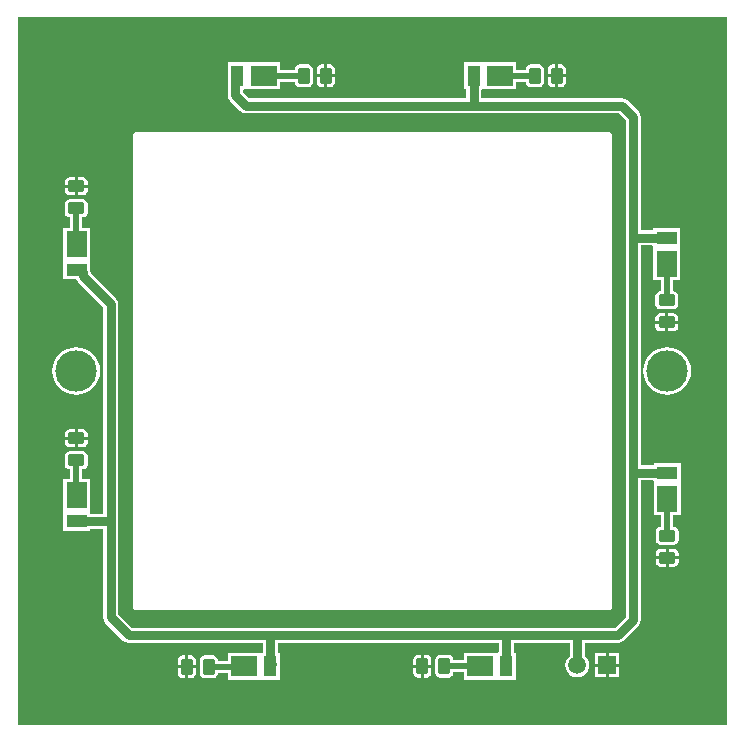
<source format=gtl>
G04*
G04 #@! TF.GenerationSoftware,Altium Limited,Altium Designer,19.0.10 (269)*
G04*
G04 Layer_Physical_Order=1*
G04 Layer_Color=255*
%FSLAX25Y25*%
%MOIN*%
G70*
G01*
G75*
G04:AMPARAMS|DCode=22|XSize=39.37mil|YSize=55.91mil|CornerRadius=4.92mil|HoleSize=0mil|Usage=FLASHONLY|Rotation=270.000|XOffset=0mil|YOffset=0mil|HoleType=Round|Shape=RoundedRectangle|*
%AMROUNDEDRECTD22*
21,1,0.03937,0.04606,0,0,270.0*
21,1,0.02953,0.05591,0,0,270.0*
1,1,0.00984,-0.02303,-0.01476*
1,1,0.00984,-0.02303,0.01476*
1,1,0.00984,0.02303,0.01476*
1,1,0.00984,0.02303,-0.01476*
%
%ADD22ROUNDEDRECTD22*%
%ADD23R,0.07087X0.08661*%
%ADD24R,0.07087X0.04331*%
G04:AMPARAMS|DCode=25|XSize=39.37mil|YSize=55.91mil|CornerRadius=4.92mil|HoleSize=0mil|Usage=FLASHONLY|Rotation=0.000|XOffset=0mil|YOffset=0mil|HoleType=Round|Shape=RoundedRectangle|*
%AMROUNDEDRECTD25*
21,1,0.03937,0.04606,0,0,0.0*
21,1,0.02953,0.05591,0,0,0.0*
1,1,0.00984,0.01476,-0.02303*
1,1,0.00984,-0.01476,-0.02303*
1,1,0.00984,-0.01476,0.02303*
1,1,0.00984,0.01476,0.02303*
%
%ADD25ROUNDEDRECTD25*%
%ADD26R,0.08661X0.07087*%
%ADD27R,0.04331X0.07087*%
%ADD28C,0.03000*%
%ADD29C,0.02000*%
%ADD30C,0.13780*%
%ADD31R,0.05906X0.05906*%
%ADD32C,0.05906*%
G36*
X351500Y110500D02*
X115000D01*
Y346500D01*
X351500D01*
Y110500D01*
D02*
G37*
%LPC*%
G36*
X296158Y330824D02*
X295181D01*
Y327500D01*
X297679D01*
Y329303D01*
X297563Y329885D01*
X297233Y330379D01*
X296740Y330709D01*
X296158Y330824D01*
D02*
G37*
G36*
X294181D02*
X293205D01*
X292622Y330709D01*
X292129Y330379D01*
X291799Y329885D01*
X291683Y329303D01*
Y327500D01*
X294181D01*
Y330824D01*
D02*
G37*
G36*
X219158D02*
X218181D01*
Y327500D01*
X220679D01*
Y329303D01*
X220563Y329885D01*
X220233Y330379D01*
X219740Y330709D01*
X219158Y330824D01*
D02*
G37*
G36*
X217181D02*
X216205D01*
X215622Y330709D01*
X215129Y330379D01*
X214799Y329885D01*
X214683Y329303D01*
Y327500D01*
X217181D01*
Y330824D01*
D02*
G37*
G36*
X297679Y326500D02*
X295181D01*
Y323176D01*
X296158D01*
X296740Y323291D01*
X297233Y323621D01*
X297563Y324115D01*
X297679Y324697D01*
Y326500D01*
D02*
G37*
G36*
X294181D02*
X291683D01*
Y324697D01*
X291799Y324115D01*
X292129Y323621D01*
X292622Y323291D01*
X293205Y323176D01*
X294181D01*
Y326500D01*
D02*
G37*
G36*
X220679D02*
X218181D01*
Y323176D01*
X219158D01*
X219740Y323291D01*
X220233Y323621D01*
X220563Y324115D01*
X220679Y324697D01*
Y326500D01*
D02*
G37*
G36*
X217181D02*
X214683D01*
Y324697D01*
X214799Y324115D01*
X215129Y323621D01*
X215622Y323291D01*
X216205Y323176D01*
X217181D01*
Y326500D01*
D02*
G37*
G36*
X270173Y331543D02*
X269996Y331543D01*
X263843D01*
Y322457D01*
X264459D01*
Y319549D01*
X192056D01*
X190132Y321473D01*
Y322103D01*
X190485Y322457D01*
X191736Y322457D01*
X191913Y322457D01*
X202398D01*
Y324961D01*
X207321D01*
Y324697D01*
X207437Y324115D01*
X207767Y323621D01*
X208260Y323291D01*
X208842Y323176D01*
X211795D01*
X212378Y323291D01*
X212871Y323621D01*
X213201Y324115D01*
X213317Y324697D01*
Y329303D01*
X213201Y329885D01*
X212871Y330379D01*
X212378Y330709D01*
X211795Y330824D01*
X208842D01*
X208260Y330709D01*
X207767Y330379D01*
X207437Y329885D01*
X207321Y329303D01*
Y329039D01*
X202398D01*
Y331543D01*
X191913D01*
X191413Y331543D01*
X191236Y331543D01*
X185083D01*
Y326581D01*
X185034Y326335D01*
Y320916D01*
X184951Y320500D01*
X185145Y319525D01*
X185698Y318698D01*
X189198Y315198D01*
X190024Y314645D01*
X191000Y314451D01*
X315444D01*
X317593Y312302D01*
Y272992D01*
Y194732D01*
Y146698D01*
X313944Y143049D01*
X153056D01*
X148549Y147556D01*
Y178500D01*
Y250953D01*
X148355Y251928D01*
X147802Y252755D01*
X139277Y261280D01*
Y261602D01*
X139228Y261849D01*
Y265256D01*
X139228Y265756D01*
X139228Y265933D01*
Y276417D01*
X136539D01*
Y279821D01*
X136803D01*
X137385Y279937D01*
X137879Y280267D01*
X138209Y280760D01*
X138324Y281343D01*
Y284295D01*
X138209Y284877D01*
X137879Y285371D01*
X137385Y285701D01*
X136803Y285817D01*
X132197D01*
X131615Y285701D01*
X131121Y285371D01*
X130791Y284877D01*
X130675Y284295D01*
Y281343D01*
X130791Y280760D01*
X131121Y280267D01*
X131615Y279937D01*
X132197Y279821D01*
X132461D01*
Y276417D01*
X130142D01*
Y265933D01*
X130142Y265433D01*
X130142Y265256D01*
Y259102D01*
X134471D01*
X134926Y258422D01*
X143451Y249897D01*
Y181057D01*
X139582D01*
X139228Y181410D01*
X139228Y181996D01*
X139228Y182173D01*
Y192657D01*
X136539D01*
Y195821D01*
X136803D01*
X137385Y195937D01*
X137879Y196267D01*
X138209Y196760D01*
X138324Y197343D01*
Y200295D01*
X138209Y200877D01*
X137879Y201371D01*
X137385Y201701D01*
X136803Y201817D01*
X132197D01*
X131615Y201701D01*
X131121Y201371D01*
X130791Y200877D01*
X130675Y200295D01*
Y197343D01*
X130791Y196760D01*
X131121Y196267D01*
X131615Y195937D01*
X132197Y195821D01*
X132461D01*
Y192657D01*
X130142D01*
Y182173D01*
X130142Y181673D01*
X130142Y181496D01*
Y175343D01*
X139228D01*
Y175959D01*
X143451D01*
Y146500D01*
X143645Y145525D01*
X144198Y144698D01*
X150198Y138698D01*
X151024Y138145D01*
X152000Y137951D01*
X196683D01*
Y135082D01*
X196330Y134728D01*
X195744Y134728D01*
X195567Y134728D01*
X185083D01*
Y132039D01*
X181679D01*
Y132303D01*
X181563Y132885D01*
X181233Y133379D01*
X180740Y133709D01*
X180157Y133825D01*
X177205D01*
X176622Y133709D01*
X176129Y133379D01*
X175799Y132885D01*
X175683Y132303D01*
Y127697D01*
X175799Y127115D01*
X176129Y126621D01*
X176622Y126291D01*
X177205Y126175D01*
X180157D01*
X180740Y126291D01*
X181233Y126621D01*
X181563Y127115D01*
X181679Y127697D01*
Y127961D01*
X185083D01*
Y125642D01*
X195567D01*
X196067Y125642D01*
X196244Y125642D01*
X202398D01*
Y130604D01*
X202447Y130850D01*
X202398Y131097D01*
Y134728D01*
X201781D01*
Y137951D01*
X275258D01*
Y135082D01*
X274905Y134728D01*
X274319Y134728D01*
X274142Y134728D01*
X263657D01*
Y132224D01*
X260179D01*
Y132488D01*
X260063Y133070D01*
X259733Y133564D01*
X259240Y133894D01*
X258658Y134010D01*
X255705D01*
X255122Y133894D01*
X254629Y133564D01*
X254299Y133070D01*
X254183Y132488D01*
Y127882D01*
X254299Y127300D01*
X254629Y126806D01*
X255122Y126476D01*
X255705Y126360D01*
X258658D01*
X259240Y126476D01*
X259733Y126806D01*
X260063Y127300D01*
X260179Y127882D01*
Y128146D01*
X263657D01*
Y125642D01*
X274142D01*
X274642Y125642D01*
X274819Y125642D01*
X280972D01*
Y134728D01*
X280356D01*
Y137951D01*
X298951D01*
Y133526D01*
X298681Y133319D01*
X298047Y132493D01*
X297649Y131532D01*
X297513Y130500D01*
X297649Y129468D01*
X298047Y128507D01*
X298681Y127681D01*
X299507Y127047D01*
X300468Y126649D01*
X301500Y126513D01*
X302532Y126649D01*
X303493Y127047D01*
X304319Y127681D01*
X304953Y128507D01*
X305351Y129468D01*
X305487Y130500D01*
X305351Y131532D01*
X304953Y132493D01*
X304319Y133319D01*
X304049Y133526D01*
Y137951D01*
X315000D01*
X315975Y138145D01*
X316802Y138698D01*
X321944Y143839D01*
X322497Y144666D01*
X322691Y145642D01*
Y192183D01*
X326603D01*
X326957Y191830D01*
X326957Y191244D01*
X326957Y191067D01*
Y180583D01*
X329461D01*
Y176679D01*
X329197D01*
X328615Y176563D01*
X328121Y176233D01*
X327791Y175740D01*
X327676Y175157D01*
Y172205D01*
X327791Y171623D01*
X328121Y171129D01*
X328615Y170799D01*
X329197Y170683D01*
X333803D01*
X334385Y170799D01*
X334879Y171129D01*
X335209Y171623D01*
X335325Y172205D01*
Y175157D01*
X335209Y175740D01*
X334879Y176233D01*
X334385Y176563D01*
X333803Y176679D01*
X333539D01*
Y180583D01*
X336043D01*
Y191067D01*
X336043Y191567D01*
X336043Y191744D01*
Y197898D01*
X326957D01*
Y197281D01*
X322691D01*
Y270443D01*
X326418D01*
X326772Y270090D01*
X326772Y269504D01*
X326772Y269327D01*
Y258842D01*
X329276D01*
Y255179D01*
X329012D01*
X328430Y255063D01*
X327936Y254733D01*
X327606Y254240D01*
X327490Y253658D01*
Y250705D01*
X327606Y250122D01*
X327936Y249629D01*
X328430Y249299D01*
X329012Y249183D01*
X333618D01*
X334200Y249299D01*
X334694Y249629D01*
X335024Y250122D01*
X335139Y250705D01*
Y253658D01*
X335024Y254240D01*
X334694Y254733D01*
X334200Y255063D01*
X333618Y255179D01*
X333354D01*
Y258842D01*
X335858D01*
Y269327D01*
X335858Y269827D01*
X335858Y270004D01*
Y276157D01*
X326772D01*
Y275541D01*
X322691D01*
Y313358D01*
X322497Y314334D01*
X321944Y315161D01*
X318302Y318802D01*
X317476Y319355D01*
X316500Y319549D01*
X269557D01*
Y322103D01*
X269910Y322457D01*
X270496Y322457D01*
X270673Y322457D01*
X281157D01*
Y324961D01*
X284321D01*
Y324697D01*
X284437Y324115D01*
X284767Y323621D01*
X285260Y323291D01*
X285842Y323176D01*
X288795D01*
X289377Y323291D01*
X289871Y323621D01*
X290201Y324115D01*
X290317Y324697D01*
Y329303D01*
X290201Y329885D01*
X289871Y330379D01*
X289377Y330709D01*
X288795Y330824D01*
X285842D01*
X285260Y330709D01*
X284767Y330379D01*
X284437Y329885D01*
X284321Y329303D01*
Y329039D01*
X281157D01*
Y331543D01*
X270673D01*
X270173Y331543D01*
D02*
G37*
G36*
X136803Y293179D02*
X135000D01*
Y290681D01*
X138324D01*
Y291657D01*
X138209Y292240D01*
X137879Y292733D01*
X137385Y293063D01*
X136803Y293179D01*
D02*
G37*
G36*
X134000D02*
X132197D01*
X131615Y293063D01*
X131121Y292733D01*
X130791Y292240D01*
X130675Y291657D01*
Y290681D01*
X134000D01*
Y293179D01*
D02*
G37*
G36*
X138324Y289681D02*
X135000D01*
Y287183D01*
X136803D01*
X137385Y287299D01*
X137879Y287629D01*
X138209Y288123D01*
X138324Y288705D01*
Y289681D01*
D02*
G37*
G36*
X134000D02*
X130675D01*
Y288705D01*
X130791Y288123D01*
X131121Y287629D01*
X131615Y287299D01*
X132197Y287183D01*
X134000D01*
Y289681D01*
D02*
G37*
G36*
X333618Y247817D02*
X331815D01*
Y245319D01*
X335139D01*
Y246295D01*
X335024Y246878D01*
X334694Y247371D01*
X334200Y247701D01*
X333618Y247817D01*
D02*
G37*
G36*
X330815D02*
X329012D01*
X328430Y247701D01*
X327936Y247371D01*
X327606Y246878D01*
X327490Y246295D01*
Y245319D01*
X330815D01*
Y247817D01*
D02*
G37*
G36*
X335139Y244319D02*
X331815D01*
Y241821D01*
X333618D01*
X334200Y241937D01*
X334694Y242267D01*
X335024Y242760D01*
X335139Y243342D01*
Y244319D01*
D02*
G37*
G36*
X330815D02*
X327490D01*
Y243342D01*
X327606Y242760D01*
X327936Y242267D01*
X328430Y241937D01*
X329012Y241821D01*
X330815D01*
Y244319D01*
D02*
G37*
G36*
X331500Y236538D02*
X329953Y236386D01*
X328466Y235935D01*
X327096Y235202D01*
X325894Y234216D01*
X324908Y233015D01*
X324176Y231644D01*
X323724Y230157D01*
X323572Y228610D01*
X323724Y227064D01*
X324176Y225576D01*
X324908Y224206D01*
X325894Y223004D01*
X327096Y222018D01*
X328466Y221286D01*
X329953Y220835D01*
X331500Y220682D01*
X333047Y220835D01*
X334534Y221286D01*
X335905Y222018D01*
X337106Y223004D01*
X338092Y224206D01*
X338825Y225576D01*
X339276Y227064D01*
X339428Y228610D01*
X339276Y230157D01*
X338825Y231644D01*
X338092Y233015D01*
X337106Y234216D01*
X335905Y235202D01*
X334534Y235935D01*
X333047Y236386D01*
X331500Y236538D01*
D02*
G37*
G36*
X134500D02*
X132953Y236386D01*
X131466Y235935D01*
X130096Y235202D01*
X128894Y234216D01*
X127908Y233015D01*
X127175Y231644D01*
X126724Y230157D01*
X126572Y228610D01*
X126724Y227064D01*
X127175Y225576D01*
X127908Y224206D01*
X128894Y223004D01*
X130096Y222018D01*
X131466Y221286D01*
X132953Y220835D01*
X134500Y220682D01*
X136047Y220835D01*
X137534Y221286D01*
X138905Y222018D01*
X140106Y223004D01*
X141092Y224206D01*
X141824Y225576D01*
X142276Y227064D01*
X142428Y228610D01*
X142276Y230157D01*
X141824Y231644D01*
X141092Y233015D01*
X140106Y234216D01*
X138905Y235202D01*
X137534Y235935D01*
X136047Y236386D01*
X134500Y236538D01*
D02*
G37*
G36*
X136803Y209179D02*
X135000D01*
Y206681D01*
X138324D01*
Y207658D01*
X138209Y208240D01*
X137879Y208733D01*
X137385Y209063D01*
X136803Y209179D01*
D02*
G37*
G36*
X134000D02*
X132197D01*
X131615Y209063D01*
X131121Y208733D01*
X130791Y208240D01*
X130675Y207658D01*
Y206681D01*
X134000D01*
Y209179D01*
D02*
G37*
G36*
X138324Y205681D02*
X135000D01*
Y203183D01*
X136803D01*
X137385Y203299D01*
X137879Y203629D01*
X138209Y204122D01*
X138324Y204705D01*
Y205681D01*
D02*
G37*
G36*
X134000D02*
X130675D01*
Y204705D01*
X130791Y204122D01*
X131121Y203629D01*
X131615Y203299D01*
X132197Y203183D01*
X134000D01*
Y205681D01*
D02*
G37*
G36*
X333803Y169317D02*
X332000D01*
Y166819D01*
X335325D01*
Y167795D01*
X335209Y168377D01*
X334879Y168871D01*
X334385Y169201D01*
X333803Y169317D01*
D02*
G37*
G36*
X331000D02*
X329197D01*
X328615Y169201D01*
X328121Y168871D01*
X327791Y168377D01*
X327676Y167795D01*
Y166819D01*
X331000D01*
Y169317D01*
D02*
G37*
G36*
X335325Y165819D02*
X332000D01*
Y163321D01*
X333803D01*
X334385Y163437D01*
X334879Y163767D01*
X335209Y164260D01*
X335325Y164842D01*
Y165819D01*
D02*
G37*
G36*
X331000D02*
X327676D01*
Y164842D01*
X327791Y164260D01*
X328121Y163767D01*
X328615Y163437D01*
X329197Y163321D01*
X331000D01*
Y165819D01*
D02*
G37*
G36*
X311980Y308370D02*
X154500D01*
X154110Y308292D01*
X153779Y308071D01*
X153558Y307741D01*
X153480Y307350D01*
Y149870D01*
X153558Y149480D01*
X153779Y149149D01*
X154110Y148928D01*
X154500Y148851D01*
X311980D01*
X312370Y148928D01*
X312701Y149149D01*
X312922Y149480D01*
X313000Y149870D01*
Y307350D01*
X312922Y307741D01*
X312701Y308071D01*
X312370Y308292D01*
X311980Y308370D01*
D02*
G37*
G36*
X315453Y134453D02*
X312000D01*
Y131000D01*
X315453D01*
Y134453D01*
D02*
G37*
G36*
X311000D02*
X307547D01*
Y131000D01*
X311000D01*
Y134453D01*
D02*
G37*
G36*
X251295Y134010D02*
X250319D01*
Y130685D01*
X252817D01*
Y132488D01*
X252701Y133070D01*
X252371Y133564D01*
X251877Y133894D01*
X251295Y134010D01*
D02*
G37*
G36*
X249319D02*
X248342D01*
X247760Y133894D01*
X247267Y133564D01*
X246937Y133070D01*
X246821Y132488D01*
Y130685D01*
X249319D01*
Y134010D01*
D02*
G37*
G36*
X172795Y133825D02*
X171819D01*
Y130500D01*
X174317D01*
Y132303D01*
X174201Y132885D01*
X173871Y133379D01*
X173378Y133709D01*
X172795Y133825D01*
D02*
G37*
G36*
X170819D02*
X169843D01*
X169260Y133709D01*
X168767Y133379D01*
X168437Y132885D01*
X168321Y132303D01*
Y130500D01*
X170819D01*
Y133825D01*
D02*
G37*
G36*
X315453Y130000D02*
X312000D01*
Y126547D01*
X315453D01*
Y130000D01*
D02*
G37*
G36*
X311000D02*
X307547D01*
Y126547D01*
X311000D01*
Y130000D01*
D02*
G37*
G36*
X252817Y129685D02*
X250319D01*
Y126360D01*
X251295D01*
X251877Y126476D01*
X252371Y126806D01*
X252701Y127300D01*
X252817Y127882D01*
Y129685D01*
D02*
G37*
G36*
X249319D02*
X246821D01*
Y127882D01*
X246937Y127300D01*
X247267Y126806D01*
X247760Y126476D01*
X248342Y126360D01*
X249319D01*
Y129685D01*
D02*
G37*
G36*
X174317Y129500D02*
X171819D01*
Y126175D01*
X172795D01*
X173378Y126291D01*
X173871Y126621D01*
X174201Y127115D01*
X174317Y127697D01*
Y129500D01*
D02*
G37*
G36*
X170819D02*
X168321D01*
Y127697D01*
X168437Y127115D01*
X168767Y126621D01*
X169260Y126291D01*
X169843Y126175D01*
X170819D01*
Y129500D01*
D02*
G37*
%LPD*%
D22*
X331500Y173681D02*
D03*
Y166319D02*
D03*
X331315Y252181D02*
D03*
Y244819D02*
D03*
X134500Y282819D02*
D03*
Y290181D02*
D03*
Y198819D02*
D03*
Y206181D02*
D03*
D23*
X331500Y185913D02*
D03*
X331315Y264173D02*
D03*
X134685Y271087D02*
D03*
Y187327D02*
D03*
D24*
X331500Y194732D02*
D03*
X331315Y272992D02*
D03*
X134685Y262268D02*
D03*
Y178508D02*
D03*
D25*
X287319Y327000D02*
D03*
X294681D02*
D03*
X210319D02*
D03*
X217681D02*
D03*
X178681Y130000D02*
D03*
X171319D02*
D03*
X257181Y130185D02*
D03*
X249819D02*
D03*
D26*
X190413D02*
D03*
X268988D02*
D03*
X197067Y327000D02*
D03*
X275827D02*
D03*
D27*
X199232Y130185D02*
D03*
X277807D02*
D03*
X188248Y327000D02*
D03*
X267008D02*
D03*
D28*
X320142Y272992D02*
Y313358D01*
Y194732D02*
Y272992D01*
X316500Y317000D02*
X320142Y313358D01*
Y194732D02*
X331500D01*
X320142Y145642D02*
Y194732D01*
X315000Y140500D02*
X320142Y145642D01*
X300500Y140500D02*
X315000D01*
X277807D02*
X300500D01*
X301500Y139500D01*
Y130500D02*
Y139500D01*
X199232Y140500D02*
X277807D01*
Y130185D02*
Y140500D01*
X320142Y272992D02*
X331315D01*
X266000Y317000D02*
X316500D01*
X191000D02*
X266000D01*
X267008Y318008D01*
Y327000D01*
X187500Y320500D02*
X187583Y320583D01*
Y326335D01*
X188248Y327000D01*
X187500Y320500D02*
X191000Y317000D01*
X146000Y178500D02*
Y250953D01*
Y146500D02*
Y178500D01*
X145992Y178508D02*
X146000Y178500D01*
X134685Y178508D02*
X145992D01*
X136728Y260224D02*
X146000Y250953D01*
X136728Y260224D02*
Y261602D01*
X136063Y262268D02*
X136728Y261602D01*
X134685Y262268D02*
X136063D01*
X146000Y146500D02*
X152000Y140500D01*
X199232D01*
Y130185D02*
Y140500D01*
Y130185D02*
X199898Y130850D01*
D29*
X331315Y252181D02*
Y264173D01*
X331500Y173681D02*
Y185913D01*
X257181Y130185D02*
X268988D01*
X190228Y130000D02*
X190413Y130185D01*
X178681Y130000D02*
X190228D01*
X134500Y187512D02*
X134685Y187327D01*
X134500Y187512D02*
Y198819D01*
Y271272D02*
Y282819D01*
Y271272D02*
X134685Y271087D01*
X275827Y327000D02*
X287319D01*
X197067D02*
X210319D01*
D30*
X134500Y228610D02*
D03*
X331500D02*
D03*
D31*
X311500Y130500D02*
D03*
D32*
X301500D02*
D03*
M02*

</source>
